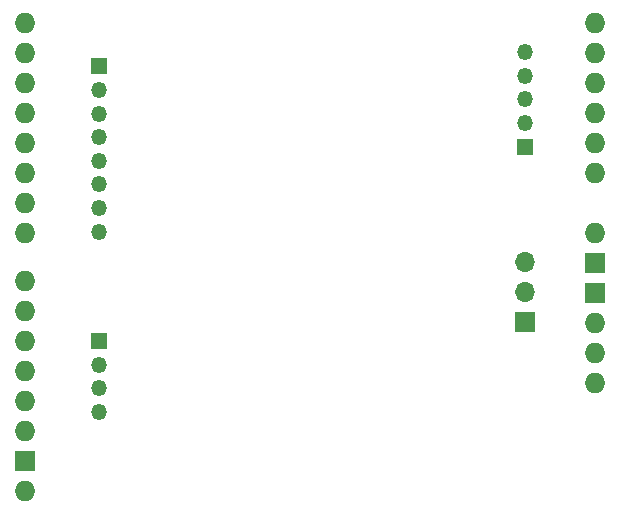
<source format=gbr>
%TF.GenerationSoftware,KiCad,Pcbnew,9.0.0*%
%TF.CreationDate,2025-04-10T11:28:11-04:00*%
%TF.ProjectId,Arduino_LCD,41726475-696e-46f5-9f4c-43442e6b6963,rev?*%
%TF.SameCoordinates,Original*%
%TF.FileFunction,Soldermask,Bot*%
%TF.FilePolarity,Negative*%
%FSLAX46Y46*%
G04 Gerber Fmt 4.6, Leading zero omitted, Abs format (unit mm)*
G04 Created by KiCad (PCBNEW 9.0.0) date 2025-04-10 11:28:11*
%MOMM*%
%LPD*%
G01*
G04 APERTURE LIST*
%ADD10R,1.350000X1.350000*%
%ADD11O,1.350000X1.350000*%
%ADD12O,1.727200X1.727200*%
%ADD13R,1.727200X1.727200*%
%ADD14O,1.700000X1.700000*%
%ADD15R,1.700000X1.700000*%
G04 APERTURE END LIST*
D10*
%TO.C,P5*%
X120000000Y-89300000D03*
D11*
X120000000Y-91300000D03*
X120000000Y-93300000D03*
X120000000Y-95300000D03*
X120000000Y-97300000D03*
X120000000Y-99300000D03*
X120000000Y-101300000D03*
X120000000Y-103300000D03*
%TD*%
D10*
%TO.C,P4*%
X120000000Y-112550000D03*
D11*
X120000000Y-114550000D03*
X120000000Y-116550000D03*
X120000000Y-118550000D03*
%TD*%
D10*
%TO.C,P3*%
X156000000Y-96100000D03*
D11*
X156000000Y-94100000D03*
X156000000Y-92100000D03*
X156000000Y-90100000D03*
X156000000Y-88100000D03*
%TD*%
D12*
%TO.C,P2*%
X113700000Y-85600000D03*
X113700000Y-88140000D03*
X113700000Y-90680000D03*
X113700000Y-93220000D03*
X113700000Y-95760000D03*
X113700000Y-98300000D03*
X113700000Y-100840000D03*
X113700000Y-103380000D03*
X113700000Y-107444000D03*
X113700000Y-109984000D03*
X113700000Y-112524000D03*
X113700000Y-115064000D03*
X113700000Y-117604000D03*
X113700000Y-120144000D03*
D13*
X113700000Y-122684000D03*
D12*
X113700000Y-125224000D03*
X161960000Y-116080000D03*
X161960000Y-113540000D03*
X161960000Y-111000000D03*
D13*
X161960000Y-108460000D03*
X161960000Y-105920000D03*
D12*
X161960000Y-103380000D03*
X161960000Y-98300000D03*
X161960000Y-95760000D03*
X161960000Y-93220000D03*
X161960000Y-90680000D03*
X161960000Y-88140000D03*
X161960000Y-85600000D03*
%TD*%
D14*
%TO.C,P8*%
X156000000Y-105910000D03*
X156000000Y-108450000D03*
D15*
X156000000Y-110990000D03*
%TD*%
M02*

</source>
